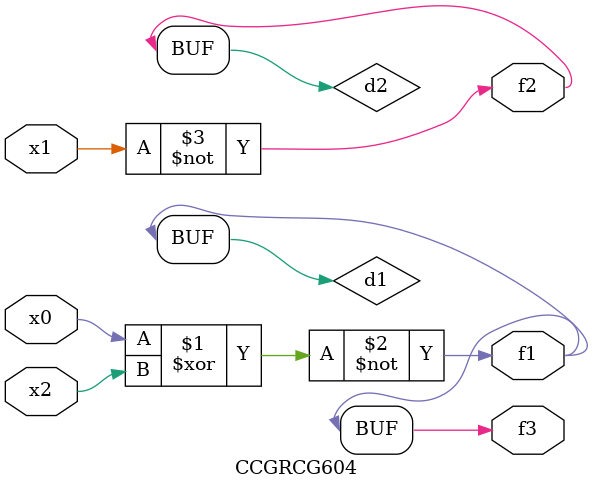
<source format=v>
module CCGRCG604(
	input x0, x1, x2,
	output f1, f2, f3
);

	wire d1, d2, d3;

	xnor (d1, x0, x2);
	nand (d2, x1);
	nor (d3, x1, x2);
	assign f1 = d1;
	assign f2 = d2;
	assign f3 = d1;
endmodule

</source>
